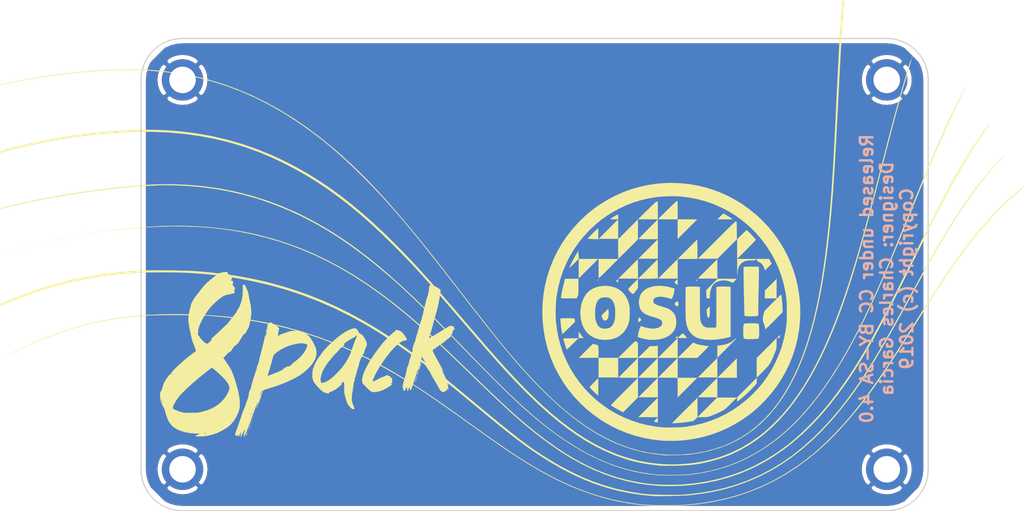
<source format=kicad_pcb>
(kicad_pcb (version 20171130) (host pcbnew 5.1.2-f72e74a~84~ubuntu18.04.1)
  (layers (0 F.Cu signal) (31 B.Cu signal) (34 B.Paste user) (35 F.Paste user) (36 B.SilkS user) (37 F.SilkS user) (38 B.Mask user) (39 F.Mask user) (44 Edge.Cuts user))
  (net 0 "")
  (net 1 GND)
  (module logos:osularge (layer F.Cu) (at 200 102)
    (fp_text reference G*** hide)
    (fp_text value LOGO hide)
  )
  (module Connectors:1X01_NO_SILK (layer F.Cu) (at 226 74)
    (fp_text reference >NAME hide)
    (fp_text value >VALUE hide)
    (pad 1 thru_hole circle (at 0 0) (size 5 5) (drill 3.2) (layers *.Cu *.Mask) (net 1 GND))
  )
  (module Connectors:1X01_NO_SILK (layer F.Cu) (at 226 121)
    (fp_text reference >NAME hide)
    (fp_text value >VALUE hide)
    (pad 1 thru_hole circle (at 0 0) (size 5 5) (drill 3.2) (layers *.Cu *.Mask) (net 1 GND))
  )
  (module Connectors:1X01_NO_SILK (layer F.Cu) (at 141 121)
    (fp_text reference >NAME hide)
    (fp_text value >VALUE hide)
    (pad 1 thru_hole circle (at 0 0) (size 5 5) (drill 3.2) (layers *.Cu *.Mask) (net 1 GND))
  )
  (module Connectors:1X01_NO_SILK (layer F.Cu) (at 141 74)
    (fp_text reference >NAME hide)
    (fp_text value >VALUE hide)
    (pad 1 thru_hole circle (at 0 0) (size 5 5) (drill 3.2) (layers *.Cu *.Mask) (net 1 GND))
  )
  (module logos:logo_name (layer F.Cu) (at 157 107)
    (fp_text reference G*** hide)
    (fp_text value LOGO hide)
  )
  (module logos:bionic (layer F.Cu) (at 184 105)
    (fp_text reference G*** hide)
    (fp_text value LOGO hide)
  )
  (gr_text "Released under CC BY-SA 4.0\nDesigner: Charles Garcia\nCopyright (c) 2019" (at 226 98 90) (layer B.SilkS) (effects (font (size 1.5 1.5) (thickness 0.3)) (justify mirror)))
  (gr_line (start 136 121) (end 136 74) (layer Edge.Cuts) (width 0.15))
  (gr_line (start 226 126) (end 141 126) (layer Edge.Cuts) (width 0.15))
  (gr_line (start 231 74) (end 231 121) (layer Edge.Cuts) (width 0.15))
  (gr_line (start 141 69) (end 226 69) (layer Edge.Cuts) (width 0.15))
  (gr_arc (start 226 74) (end 231 74) (angle -90) (layer Edge.Cuts) (width 0.15))
  (gr_arc (start 226 121) (end 226 126) (angle -90) (layer Edge.Cuts) (width 0.15))
  (gr_arc (start 141 121) (end 136 121) (angle -90) (layer Edge.Cuts) (width 0.15))
  (gr_arc (start 141 74) (end 141 69) (angle -90) (layer Edge.Cuts) (width 0.15))
  (zone (net 1) (net_name GND) (layer F.Cu) (connect_pads (clearance 0.508)) (min_thickness 0.254) (fill yes (arc_segments 16) (thermal_gap 0.508) (thermal_bridge_width 0.508))
    (polygon (pts (xy 226 69) (xy 228 70) (xy 230 72) (xy 231 74) (xy 231 121) (xy 230 123) (xy 228 125) (xy 226 126) (xy 141 126) (xy 139 125) (xy 137 123) (xy 136 121) (xy 136 74) (xy 137 72) (xy 139 70) (xy 141 69) (xy 224 69)))
  )
  (zone (net 1) (net_name GND) (layer B.Cu) (connect_pads (clearance 0.508)) (min_thickness 0.254) (fill yes (arc_segments 16) (thermal_gap 0.508) (thermal_bridge_width 0.508))
    (polygon (pts (xy 226 69) (xy 228 70) (xy 230 72) (xy 231 74) (xy 231 121) (xy 230 123) (xy 228 125) (xy 226 126) (xy 141 126) (xy 139 125) (xy 137 123) (xy 136 121) (xy 136 74) (xy 137 72) (xy 139 70) (xy 141 69)))
  )
)
</source>
